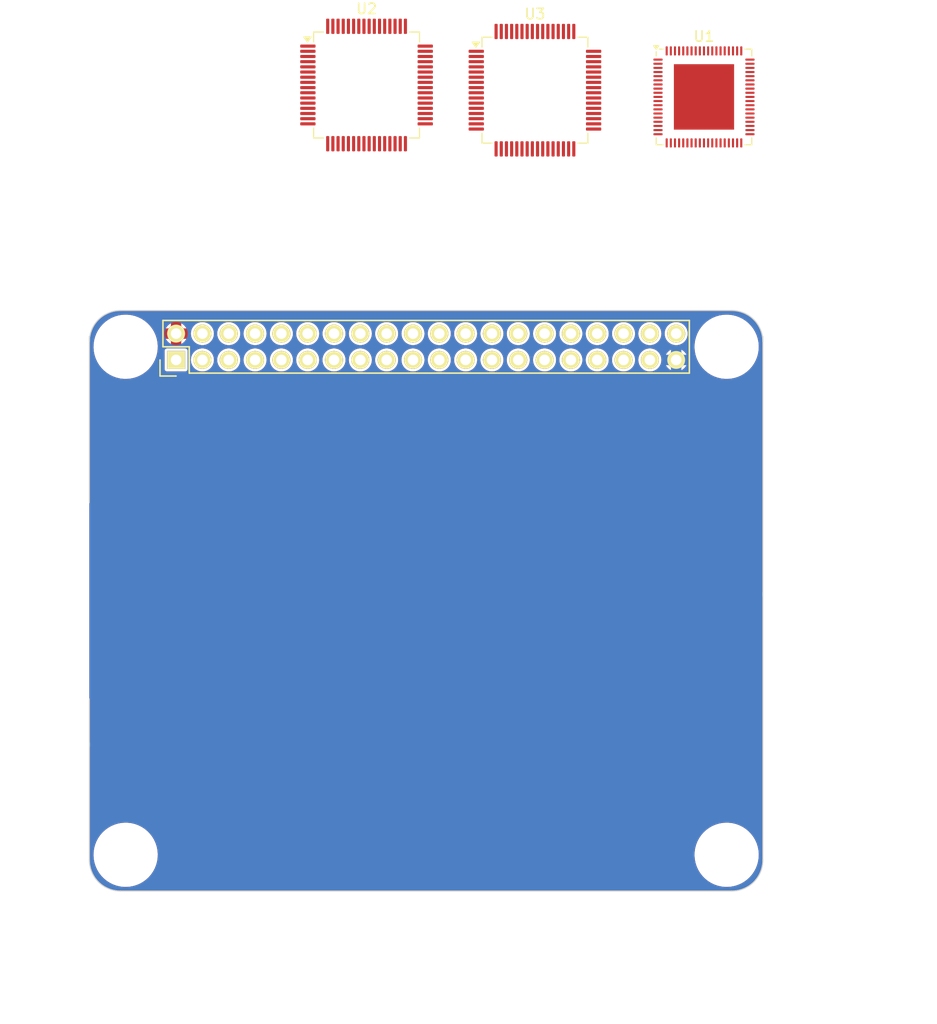
<source format=kicad_pcb>
(kicad_pcb (version 20221018) (generator pcbnew)
  (layers (0 "F.Cu" signal) (31 "B.Cu" signal) (34 "B.Paste" user) (35 "F.Paste" user) (36 "B.SilkS" user "B.Silkscreen") (37 "F.SilkS" user "F.Silkscreen") (38 "B.Mask" user) (39 "F.Mask" user) (44 "Edge.Cuts" user))
  (net 0 "")
  (net 2 "unconnected-(J2-5V-Pad2)")
  (net 38 "unconnected-(J2-GND-Pad39)")
  (net 40 "GND")
  (net 42 "Net-(U1-VD10-Pad3)")
  (net 53 "Net-(U1-VCCIO-Pad14)")
  (net 59 "Net-(U1-VCC33-Pad20)")
  (net 62 "Net-(J1-D+)")
  (net 63 "Net-(J1-D-)")
  (net 66 "Net-(J1-SSTX-)")
  (net 67 "Net-(J1-SSTX+)")
  (net 68 "Net-(J1-SSRX-)")
  (net 69 "Net-(J1-SSRX+)")
  (net 70 "Net-(J1-VBUS)")
  (footprint "RPi_Hat:RPi_Hat_Mounting_Hole" (layer "F.Cu") (at 61.5 4)
    (fp_text reference "" hide)
    (fp_text value "" hide)
    (pad "" np_thru_hole circle locked (at 0 0) (size 2.75 2.75) (drill 2.75) (layers "*.Cu" "*.Mask") (clearance 1.725))
  )
  (footprint "RPi_Hat:RPi_Hat_Mounting_Hole" (layer "F.Cu") (at 3.5 4)
    (fp_text reference "" hide)
    (fp_text value "" hide)
    (pad "" np_thru_hole circle locked (at 0 0) (size 2.75 2.75) (drill 2.75) (layers "*.Cu" "*.Mask") (clearance 1.725))
  )
  (footprint "RPi_Hat:RPi_Hat_Mounting_Hole" (layer "F.Cu") (at 3.5 53)
    (fp_text reference "" hide)
    (fp_text value "" hide)
    (pad "" np_thru_hole circle locked (at 0 0) (size 2.75 2.75) (drill 2.75) (layers "*.Cu" "*.Mask") (clearance 1.725))
  )
  (footprint "RPi_Hat:RPi_Hat_Mounting_Hole" (layer "F.Cu") (at 61.5 53)
    (fp_text reference "" hide)
    (fp_text value "" hide)
    (pad "" np_thru_hole circle locked (at 0 0) (size 2.75 2.75) (drill 2.75) (layers "*.Cu" "*.Mask") (clearance 1.725))
  )
  (footprint "RPi_Hat:Pin_Header_Straight_2x20" (layer "F.Cu") (at 32.5 4 90)
    (fp_text reference "J2" hide)
    (fp_text value "RPi_GPIO" hide)
    (fp_line (start -2.82 -25.68) (end -2.82 -24.13) (stroke (width 0.15)) (layer "F.SilkS"))
    (fp_line (start -2.54 -22.86) (end -2.54 25.4) (stroke (width 0.15)) (layer "F.SilkS"))
    (fp_line (start -1.27 -25.68) (end -2.82 -25.68) (stroke (width 0.15)) (layer "F.SilkS"))
    (fp_line (start 0 -25.4) (end 0 -22.86) (stroke (width 0.15)) (layer "F.SilkS"))
    (fp_line (start 0 -22.86) (end -2.54 -22.86) (stroke (width 0.15)) (layer "F.SilkS"))
    (fp_line (start 2.54 -25.4) (end 0 -25.4) (stroke (width 0.15)) (layer "F.SilkS"))
    (fp_line (start 2.54 25.4) (end -2.54 25.4) (stroke (width 0.15)) (layer "F.SilkS"))
    (fp_line (start 2.54 25.4) (end 2.54 -25.4) (stroke (width 0.15)) (layer "F.SilkS"))
    (pad "1" thru_hole rect locked (at -1.27 -24.13 90) (size 1.7272 1.7272) (drill 1.016) (layers "*.Cu" "*.Mask" "F.SilkS"))
    (pad "2" thru_hole oval locked (at 1.27 -24.13 90) (size 1.7272 1.7272) (drill 1.016) (layers "*.Cu" "*.Mask" "F.SilkS") (net 2 "unconnected-(J2-5V-Pad2)"))
    (pad "3" thru_hole oval locked (at -1.27 -21.59 90) (size 1.7272 1.7272) (drill 1.016) (layers "*.Cu" "*.Mask" "F.SilkS"))
    (pad "4" thru_hole oval locked (at 1.27 -21.59 90) (size 1.7272 1.7272) (drill 1.016) (layers "*.Cu" "*.Mask" "F.SilkS"))
    (pad "5" thru_hole oval locked (at -1.27 -19.05 90) (size 1.7272 1.7272) (drill 1.016) (layers "*.Cu" "*.Mask" "F.SilkS"))
    (pad "6" thru_hole oval locked (at 1.27 -19.05 90) (size 1.7272 1.7272) (drill 1.016) (layers "*.Cu" "*.Mask" "F.SilkS"))
    (pad "7" thru_hole oval locked (at -1.27 -16.51 90) (size 1.7272 1.7272) (drill 1.016) (layers "*.Cu" "*.Mask" "F.SilkS"))
    (pad "8" thru_hole oval locked (at 1.27 -16.51 90) (size 1.7272 1.7272) (drill 1.016) (layers "*.Cu" "*.Mask" "F.SilkS"))
    (pad "9" thru_hole oval locked (at -1.27 -13.97 90) (size 1.7272 1.7272) (drill 1.016) (layers "*.Cu" "*.Mask" "F.SilkS"))
    (pad "10" thru_hole oval locked (at 1.27 -13.97 90) (size 1.7272 1.7272) (drill 1.016) (layers "*.Cu" "*.Mask" "F.SilkS"))
    (pad "11" thru_hole oval locked (at -1.27 -11.43 90) (size 1.7272 1.7272) (drill 1.016) (layers "*.Cu" "*.Mask" "F.SilkS"))
    (pad "12" thru_hole oval locked (at 1.27 -11.43 90) (size 1.7272 1.7272) (drill 1.016) (layers "*.Cu" "*.Mask" "F.SilkS"))
    (pad "13" thru_hole oval locked (at -1.27 -8.89 90) (size 1.7272 1.7272) (drill 1.016) (layers "*.Cu" "*.Mask" "F.SilkS"))
    (pad "14" thru_hole oval locked (at 1.27 -8.89 90) (size 1.7272 1.7272) (drill 1.016) (layers "*.Cu" "*.Mask" "F.SilkS"))
    (pad "15" thru_hole oval locked (at -1.27 -6.35 90) (size 1.7272 1.7272) (drill 1.016) (layers "*.Cu" "*.Mask" "F.SilkS"))
    (pad "16" thru_hole oval locked (at 1.27 -6.35 90) (size 1.7272 1.7272) (drill 1.016) (layers "*.Cu" "*.Mask" "F.SilkS"))
    (pad "17" thru_hole oval locked (at -1.27 -3.81 90) (size 1.7272 1.7272) (drill 1.016) (layers "*.Cu" "*.Mask" "F.SilkS"))
    (pad "18" thru_hole oval locked (at 1.27 -3.81 90) (size 1.7272 1.7272) (drill 1.016) (layers "*.Cu" "*.Mask" "F.SilkS"))
    (pad "19" thru_hole oval locked (at -1.27 -1.27 90) (size 1.7272 1.7272) (drill 1.016) (layers "*.Cu" "*.Mask" "F.SilkS"))
    (pad "20" thru_hole oval locked (at 1.27 -1.27 90) (size 1.7272 1.7272) (drill 1.016) (layers "*.Cu" "*.Mask" "F.SilkS"))
    (pad "21" thru_hole oval locked (at -1.27 1.27 90) (size 1.7272 1.7272) (drill 1.016) (layers "*.Cu" "*.Mask" "F.SilkS"))
    (pad "22" thru_hole oval locked (at 1.27 1.27 90) (size 1.7272 1.7272) (drill 1.016) (layers "*.Cu" "*.Mask" "F.SilkS"))
    (pad "23" thru_hole oval locked (at -1.27 3.81 90) (size 1.7272 1.7272) (drill 1.016) (layers "*.Cu" "*.Mask" "F.SilkS"))
    (pad "24" thru_hole oval locked (at 1.27 3.81 90) (size 1.7272 1.7272) (drill 1.016) (layers "*.Cu" "*.Mask" "F.SilkS"))
    (pad "25" thru_hole oval locked (at -1.27 6.35 90) (size 1.7272 1.7272) (drill 1.016) (layers "*.Cu" "*.Mask" "F.SilkS"))
    (pad "26" thru_hole oval locked (at 1.27 6.35 90) (size 1.7272 1.7272) (drill 1.016) (layers "*.Cu" "*.Mask" "F.SilkS"))
    (pad "27" thru_hole oval locked (at -1.27 8.89 90) (size 1.7272 1.7272) (drill 1.016) (layers "*.Cu" "*.Mask" "F.SilkS"))
    (pad "28" thru_hole oval locked (at 1.27 8.89 90) (size 1.7272 1.7272) (drill 1.016) (layers "*.Cu" "*.Mask" "F.SilkS"))
    (pad "29" thru_hole oval locked (at -1.27 11.43 90) (size 1.7272 1.7272) (drill 1.016) (layers "*.Cu" "*.Mask" "F.SilkS"))
    (pad "30" thru_hole oval locked (at 1.27 11.43 90) (size 1.7272 1.7272) (drill 1.016) (layers "*.Cu" "*.Mask" "F.SilkS"))
    (pad "31" thru_hole oval locked (at -1.27 13.97 90) (size 1.7272 1.7272) (drill 1.016) (layers "*.Cu" "*.Mask" "F.SilkS"))
    (pad "32" thru_hole oval locked (at 1.27 13.97 90) (size 1.7272 1.7272) (drill 1.016) (layers "*.Cu" "*.Mask" "F.SilkS"))
    (pad "33" thru_hole oval locked (at -1.27 16.51 90) (size 1.7272 1.7272) (drill 1.016) (layers "*.Cu" "*.Mask" "F.SilkS"))
    (pad "34" thru_hole oval locked (at 1.27 16.51 90) (size 1.7272 1.7272) (drill 1.016) (layers "*.Cu" "*.Mask" "F.SilkS"))
    (pad "35" thru_hole oval locked (at -1.27 19.05 90) (size 1.7272 1.7272) (drill 1.016) (layers "*.Cu" "*.Mask" "F.SilkS"))
    (pad "36" thru_hole oval locked (at 1.27 19.05 90) (size 1.7272 1.7272) (drill 1.016) (layers "*.Cu" "*.Mask" "F.SilkS"))
    (pad "37" thru_hole oval locked (at -1.27 21.59 90) (size 1.7272 1.7272) (drill 1.016) (layers "*.Cu" "*.Mask" "F.SilkS"))
    (pad "38" thru_hole oval locked (at 1.27 21.59 90) (size 1.7272 1.7272) (drill 1.016) (layers "*.Cu" "*.Mask" "F.SilkS"))
    (pad "39" thru_hole oval locked (at -1.27 24.13 90) (size 1.7272 1.7272) (drill 1.016) (layers "*.Cu" "*.Mask" "F.SilkS") (net 38 "unconnected-(J2-GND-Pad39)"))
    (pad "40" thru_hole oval locked (at 1.27 24.13 90) (size 1.7272 1.7272) (drill 1.016) (layers "*.Cu" "*.Mask" "F.SilkS"))
  )
  (footprint "Package_DFN_QFN:QFN-76-1EP_9x9mm_P0.4mm_EP5.81x6.31mm" (layer "F.Cu") (at 59.3125 -20.1)
    (fp_text reference "U1" (at 0 -5.83) (layer "F.SilkS"))
    (fp_text value "FT601Q")
    (fp_line (start -4.61 -3.96) (end -4.61 -4.37) (stroke (width 0.12)) (layer "F.SilkS"))
    (fp_line (start -4.61 4.61) (end -4.61 3.96) (stroke (width 0.12)) (layer "F.SilkS"))
    (fp_line (start -3.96 -4.61) (end -4.31 -4.61) (stroke (width 0.12)) (layer "F.SilkS"))
    (fp_line (start -3.96 4.61) (end -4.61 4.61) (stroke (width 0.12)) (layer "F.SilkS"))
    (fp_line (start 3.96 -4.61) (end 4.61 -4.61) (stroke (width 0.12)) (layer "F.SilkS"))
    (fp_line (start 3.96 4.61) (end 4.61 4.61) (stroke (width 0.12)) (layer "F.SilkS"))
    (fp_line (start 4.61 -4.61) (end 4.61 -3.96) (stroke (width 0.12)) (layer "F.SilkS"))
    (fp_line (start 4.61 4.61) (end 4.61 3.96) (stroke (width 0.12)) (layer "F.SilkS"))
    (fp_poly (pts (xy -4.61 -4.61) (xy -4.85 -4.94) (xy -4.37 -4.94) (xy -4.61 -4.61)) (stroke (width 0.12)) (fill solid) (layer "F.SilkS"))
    (pad "1" smd roundrect (at -4.4375 -3.6) (size 0.875 0.2) (layers "F.Cu" "F.Paste" "F.Mask") (net 40 "GND"))
    (pad "2" smd roundrect (at -4.4375 -3.2) (size 0.875 0.2) (layers "F.Cu" "F.Paste" "F.Mask"))
    (pad "3" smd roundrect (at -4.4375 -2.8) (size 0.875 0.2) (layers "F.Cu" "F.Paste" "F.Mask") (net 42 "Net-(U1-VD10-Pad3)"))
    (pad "4" smd roundrect (at -4.4375 -2.4) (size 0.875 0.2) (layers "F.Cu" "F.Paste" "F.Mask"))
    (pad "5" smd roundrect (at -4.4375 -2) (size 0.875 0.2) (layers "F.Cu" "F.Paste" "F.Mask"))
    (pad "6" smd roundrect (at -4.4375 -1.6) (size 0.875 0.2) (layers "F.Cu" "F.Paste" "F.Mask"))
    (pad "7" smd roundrect (at -4.4375 -1.2) (size 0.875 0.2) (layers "F.Cu" "F.Paste" "F.Mask"))
    (pad "8" smd roundrect (at -4.4375 -0.8) (size 0.875 0.2) (layers "F.Cu" "F.Paste" "F.Mask"))
    (pad "9" smd roundrect (at -4.4375 -0.4) (size 0.875 0.2) (layers "F.Cu" "F.Paste" "F.Mask"))
    (pad "10" smd roundrect (at -4.4375 0) (size 0.875 0.2) (layers "F.Cu" "F.Paste" "F.Mask"))
    (pad "11" smd roundrect (at -4.4375 0.4) (size 0.875 0.2) (layers "F.Cu" "F.Paste" "F.Mask"))
    (pad "12" smd roundrect (at -4.4375 0.8) (size 0.875 0.2) (layers "F.Cu" "F.Paste" "F.Mask"))
    (pad "13" smd roundrect (at -4.4375 1.2) (size 0.875 0.2) (layers "F.Cu" "F.Paste" "F.Mask"))
    (pad "14" smd roundrect (at -4.4375 1.6) (size 0.875 0.2) (layers "F.Cu" "F.Paste" "F.Mask") (net 53 "Net-(U1-VCCIO-Pad14)"))
    (pad "15" smd roundrect (at -4.4375 2) (size 0.875 0.2) (layers "F.Cu" "F.Paste" "F.Mask"))
    (pad "16" smd roundrect (at -4.4375 2.4) (size 0.875 0.2) (layers "F.Cu" "F.Paste" "F.Mask"))
    (pad "17" smd roundrect (at -4.4375 2.8) (size 0.875 0.2) (layers "F.Cu" "F.Paste" "F.Mask"))
    (pad "18" smd roundrect (at -4.4375 3.2) (size 0.875 0.2) (layers "F.Cu" "F.Paste" "F.Mask"))
    (pad "19" smd roundrect (at -4.4375 3.6) (size 0.875 0.2) (layers "F.Cu" "F.Paste" "F.Mask"))
    (pad "20" smd roundrect (at -3.6 4.4375) (size 0.2 0.875) (layers "F.Cu" "F.Paste" "F.Mask") (net 59 "Net-(U1-VCC33-Pad20)"))
    (pad "21" smd roundrect (at -3.2 4.4375) (size 0.2 0.875) (layers "F.Cu" "F.Paste" "F.Mask"))
    (pad "22" smd roundrect (at -2.8 4.4375) (size 0.2 0.875) (layers "F.Cu" "F.Paste" "F.Mask"))
    (pad "23" smd roundrect (at -2.4 4.4375) (size 0.2 0.875) (layers "F.Cu" "F.Paste" "F.Mask") (net 62 "Net-(J1-D+)"))
    (pad "24" smd roundrect (at -2 4.4375) (size 0.2 0.875) (layers "F.Cu" "F.Paste" "F.Mask") (net 59 "Net-(U1-VCC33-Pad20)"))
    (pad "25" smd roundrect (at -1.6 4.4375) (size 0.2 0.875) (layers "F.Cu" "F.Paste" "F.Mask") (net 63 "Net-(J1-D-)"))
    (pad "26" smd roundrect (at -1.2 4.4375) (size 0.2 0.875) (layers "F.Cu" "F.Paste" "F.Mask") (net 40 "GND"))
    (pad "27" smd roundrect (at -0.8 4.4375) (size 0.2 0.875) (layers "F.Cu" "F.Paste" "F.Mask"))
    (pad "28" smd roundrect (at -0.4 4.4375) (size 0.2 0.875) (layers "F.Cu" "F.Paste" "F.Mask"))
    (pad "29" smd roundrect (at 0 4.4375) (size 0.2 0.875) (layers "F.Cu" "F.Paste" "F.Mask") (net 40 "GND"))
    (pad "30" smd roundrect (at 0.4 4.4375) (size 0.2 0.875) (layers "F.Cu" "F.Paste" "F.Mask") (net 42 "Net-(U1-VD10-Pad3)"))
    (pad "31" smd roundrect (at 0.8 4.4375) (size 0.2 0.875) (layers "F.Cu" "F.Paste" "F.Mask") (net 66 "Net-(J1-SSTX-)"))
    (pad "32" smd roundrect (at 1.2 4.4375) (size 0.2 0.875) (layers "F.Cu" "F.Paste" "F.Mask") (net 67 "Net-(J1-SSTX+)"))
    (pad "33" smd roundrect (at 1.6 4.4375) (size 0.2 0.875) (layers "F.Cu" "F.Paste" "F.Mask") (net 42 "Net-(U1-VD10-Pad3)"))
    (pad "34" smd roundrect (at 2 4.4375) (size 0.2 0.875) (layers "F.Cu" "F.Paste" "F.Mask") (net 68 "Net-(J1-SSRX-)"))
    (pad "35" smd roundrect (at 2.4 4.4375) (size 0.2 0.875) (layers "F.Cu" "F.Paste" "F.Mask") (net 69 "Net-(J1-SSRX+)"))
    (pad "36" smd roundrect (at 2.8 4.4375) (size 0.2 0.875) (layers "F.Cu" "F.Paste" "F.Mask") (net 40 "GND"))
    (pad "37" smd roundrect (at 3.2 4.4375) (size 0.2 0.875) (layers "F.Cu" "F.Paste" "F.Mask") (net 70 "Net-(J1-VBUS)"))
    (pad "38" smd roundrect (at 3.6 4.4375) (size 0.2 0.875) (layers "F.Cu" "F.Paste" "F.Mask") (net 59 "Net-(U1-VCC33-Pad20)"))
    (pad "39" smd roundrect (at 4.4375 3.6) (size 0.875 0.2) (layers "F.Cu" "F.Paste" "F.Mask"))
    (pad "40" smd roundrect (at 4.4375 3.2) (size 0.875 0.2) (layers "F.Cu" "F.Paste" "F.Mask"))
    (pad "41" smd roundrect (at 4.4375 2.8) (size 0.875 0.2) (layers "F.Cu" "F.Paste" "F.Mask"))
    (pad "42" smd roundrect (at 4.4375 2.4) (size 0.875 0.2) (layers "F.Cu" "F.Paste" "F.Mask"))
    (pad "43" smd roundrect (at 4.4375 2) (size 0.875 0.2) (layers "F.Cu" "F.Paste" "F.Mask"))
    (pad "44" smd roundrect (at 4.4375 1.6) (size 0.875 0.2) (layers "F.Cu" "F.Paste" "F.Mask"))
    (pad "45" smd roundrect (at 4.4375 1.2) (size 0.875 0.2) (layers "F.Cu" "F.Paste" "F.Mask"))
    (pad "46" smd roundrect (at 4.4375 0.8) (size 0.875 0.2) (layers "F.Cu" "F.Paste" "F.Mask"))
    (pad "47" smd roundrect (at 4.4375 0.4) (size 0.875 0.2) (layers "F.Cu" "F.Paste" "F.Mask"))
    (pad "48" smd roundrect (at 4.4375 0) (size 0.875 0.2) (layers "F.Cu" "F.Paste" "F.Mask") (net 42 "Net-(U1-VD10-Pad3)"))
    (pad "49" smd roundrect (at 4.4375 -0.4) (size 0.875 0.2) (layers "F.Cu" "F.Paste" "F.Mask") (net 53 "Net-(U1-VCCIO-Pad14)"))
    (pad "50" smd roundrect (at 4.4375 -0.8) (size 0.875 0.2) (layers "F.Cu" "F.Paste" "F.Mask"))
    (pad "51" smd roundrect (at 4.4375 -1.2) (size 0.875 0.2) (layers "F.Cu" "F.Paste" "F.Mask"))
    (pad "52" smd roundrect (at 4.4375 -1.6) (size 0.875 0.2) (layers "F.Cu" "F.Paste" "F.Mask"))
    (pad "53" smd roundrect (at 4.4375 -2) (size 0.875 0.2) (layers "F.Cu" "F.Paste" "F.Mask"))
    (pad "54" smd roundrect (at 4.4375 -2.4) (size 0.875 0.2) (layers "F.Cu" "F.Paste" "F.Mask"))
    (pad "55" smd roundrect (at 4.4375 -2.8) (size 0.875 0.2) (layers "F.Cu" "F.Paste" "F.Mask"))
    (pad "56" smd roundrect (at 4.4375 -3.2) (size 0.875 0.2) (layers "F.Cu" "F.Paste" "F.Mask"))
    (pad "57" smd roundrect (at 4.4375 -3.6) (size 0.875 0.2) (layers "F.Cu" "F.Paste" "F.Mask"))
    (pad "58" smd roundrect (at 3.6 -4.4375) (size 0.2 0.875) (layers "F.Cu" "F.Paste" "F.Mask"))
    (pad "59" smd roundrect (at 3.2 -4.4375) (size 0.2 0.875) (layers "F.Cu" "F.Paste" "F.Mask") (net 53 "Net-(U1-VCCIO-Pad14)"))
    (pad "60" smd roundrect (at 2.8 -4.4375) (size 0.2 0.875) (layers "F.Cu" "F.Paste" "F.Mask"))
    (pad "61" smd roundrect (at 2.4 -4.4375) (size 0.2 0.875) (layers "F.Cu" "F.Paste" "F.Mask"))
    (pad "62" smd roundrect (at 2 -4.4375) (size 0.2 0.875) (layers "F.Cu" "F.Paste" "F.Mask"))
    (pad "63" smd roundrect (at 1.6 -4.4375) (size 0.2 0.875) (layers "F.Cu" "F.Paste" "F.Mask"))
    (pad "64" smd roundrect (at 1.2 -4.4375) (size 0.2 0.875) (layers "F.Cu" "F.Paste" "F.Mask"))
    (pad "65" smd roundrect (at 0.8 -4.4375) (size 0.2 0.875) (layers "F.Cu" "F.Paste" "F.Mask"))
    (pad "66" smd roundrect (at 0.4 -4.4375) (size 0.2 0.875) (layers "F.Cu" "F.Paste" "F.Mask"))
    (pad "67" smd roundrect (at 0 -4.4375) (size 0.2 0.875) (layers "F.Cu" "F.Paste" "F.Mask"))
    (pad "68" smd roundrect (at -0.4 -4.4375) (size 0.2 0.875) (layers "F.Cu" "F.Paste" "F.Mask") (net 53 "Net-(U1-VCCIO-Pad14)"))
    (pad "69" smd roundrect (at -0.8 -4.4375) (size 0.2 0.875) (layers "F.Cu" "F.Paste" "F.Mask"))
    (pad "70" smd roundrect (at -1.2 -4.4375) (size 0.2 0.875) (layers "F.Cu" "F.Paste" "F.Mask"))
    (pad "71" smd roundrect (at -1.6 -4.4375) (size 0.2 0.875) (layers "F.Cu" "F.Paste" "F.Mask"))
    (pad "72" smd roundrect (at -2 -4.4375) (size 0.2 0.875) (layers "F.Cu" "F.Paste" "F.Mask"))
    (pad "73" smd roundrect (at -2.4 -4.4375) (size 0.2 0.875) (layers "F.Cu" "F.Paste" "F.Mask"))
    (pad "74" smd roundrect (at -2.8 -4.4375) (size 0.2 0.875) (layers "F.Cu" "F.Paste" "F.Mask"))
    (pad "75" smd roundrect (at -3.2 -4.4375) (size 0.2 0.875) (layers "F.Cu" "F.Paste" "F.Mask"))
    (pad "76" smd roundrect (at -3.6 -4.4375) (size 0.2 0.875) (layers "F.Cu" "F.Paste" "F.Mask"))
    (pad "77" smd rect (at 0 0) (size 5.81 6.31) (property pad_prop_heatsink) (layers "F.Cu" "F.Mask") (net 40 "GND"))
  )
  (footprint "Package_QFP:TQFP-64_10x10mm_P0.5mm" (layer "F.Cu") (at 43 -20.75)
    (fp_text reference "U3" (at 0 -7.35) (layer "F.SilkS"))
    (fp_text value "SN74V245-7PAG")
    (fp_line (start -5.11 -5.11) (end -5.11 -4.16) (stroke (width 0.12)) (layer "F.SilkS"))
    (fp_line (start -5.11 5.11) (end -5.11 4.16) (stroke (width 0.12)) (layer "F.SilkS"))
    (fp_line (start -4.16 -5.11) (end -5.11 -5.11) (stroke (width 0.12)) (layer "F.SilkS"))
    (fp_line (start -4.16 5.11) (end -5.11 5.11) (stroke (width 0.12)) (layer "F.SilkS"))
    (fp_line (start 4.16 -5.11) (end 5.11 -5.11) (stroke (width 0.12)) (layer "F.SilkS"))
    (fp_line (start 4.16 5.11) (end 5.11 5.11) (stroke (width 0.12)) (layer "F.SilkS"))
    (fp_line (start 5.11 -5.11) (end 5.11 -4.16) (stroke (width 0.12)) (layer "F.SilkS"))
    (fp_line (start 5.11 5.11) (end 5.11 4.16) (stroke (width 0.12)) (layer "F.SilkS"))
    (fp_poly (pts (xy -5.7 -4.16) (xy -6.04 -4.63) (xy -5.36 -4.63) (xy -5.7 -4.16)) (stroke (width 0.12)) (fill solid) (layer "F.SilkS"))
    (pad "1" smd roundrect (at -5.6625 -3.75) (size 1.475 0.3) (layers "F.Cu" "F.Paste" "F.Mask"))
    (pad "2" smd roundrect (at -5.6625 -3.25) (size 1.475 0.3) (layers "F.Cu" "F.Paste" "F.Mask"))
    (pad "3" smd roundrect (at -5.6625 -2.75) (size 1.475 0.3) (layers "F.Cu" "F.Paste" "F.Mask"))
    (pad "4" smd roundrect (at -5.6625 -2.25) (size 1.475 0.3) (layers "F.Cu" "F.Paste" "F.Mask"))
    (pad "5" smd roundrect (at -5.6625 -1.75) (size 1.475 0.3) (layers "F.Cu" "F.Paste" "F.Mask"))
    (pad "6" smd roundrect (at -5.6625 -1.25) (size 1.475 0.3) (layers "F.Cu" "F.Paste" "F.Mask"))
    (pad "7" smd roundrect (at -5.6625 -0.75) (size 1.475 0.3) (layers "F.Cu" "F.Paste" "F.Mask"))
    (pad "8" smd roundrect (at -5.6625 -0.25) (size 1.475 0.3) (layers "F.Cu" "F.Paste" "F.Mask"))
    (pad "9" smd roundrect (at -5.6625 0.25) (size 1.475 0.3) (layers "F.Cu" "F.Paste" "F.Mask"))
    (pad "10" smd roundrect (at -5.6625 0.75) (size 1.475 0.3) (layers "F.Cu" "F.Paste" "F.Mask"))
    (pad "11" smd roundrect (at -5.6625 1.25) (size 1.475 0.3) (layers "F.Cu" "F.Paste" "F.Mask"))
    (pad "12" smd roundrect (at -5.6625 1.75) (size 1.475 0.3) (layers "F.Cu" "F.Paste" "F.Mask"))
    (pad "13" smd roundrect (at -5.6625 2.25) (size 1.475 0.3) (layers "F.Cu" "F.Paste" "F.Mask"))
    (pad "14" smd roundrect (at -5.6625 2.75) (size 1.475 0.3) (layers "F.Cu" "F.Paste" "F.Mask"))
    (pad "15" smd roundrect (at -5.6625 3.25) (size 1.475 0.3) (layers "F.Cu" "F.Paste" "F.Mask"))
    (pad "16" smd roundrect (at -5.6625 3.75) (size 1.475 0.3) (layers "F.Cu" "F.Paste" "F.Mask"))
    (pad "17" smd roundrect (at -3.75 5.6625) (size 0.3 1.475) (layers "F.Cu" "F.Paste" "F.Mask"))
    (pad "18" smd roundrect (at -3.25 5.6625) (size 0.3 1.475) (layers "F.Cu" "F.Paste" "F.Mask"))
    (pad "19" smd roundrect (at -2.75 5.6625) (size 0.3 1.475) (layers "F.Cu" "F.Paste" "F.Mask"))
    (pad "20" smd roundrect (at -2.25 5.6625) (size 0.3 1.475) (layers "F.Cu" "F.Paste" "F.Mask"))
    (pad "21" smd roundrect (at -1.75 5.6625) (size 0.3 1.475) (layers "F.Cu" "F.Paste" "F.Mask"))
    (pad "22" smd roundrect (at -1.25 5.6625) (size 0.3 1.475) (layers "F.Cu" "F.Paste" "F.Mask"))
    (pad "23" smd roundrect (at -0.75 5.6625) (size 0.3 1.475) (layers "F.Cu" "F.Paste" "F.Mask"))
    (pad "24" smd roundrect (at -0.25 5.6625) (size 0.3 1.475) (layers "F.Cu" "F.Paste" "F.Mask"))
    (pad "25" smd roundrect (at 0.25 5.6625) (size 0.3 1.475) (layers "F.Cu" "F.Paste" "F.Mask"))
    (pad "26" smd roundrect (at 0.75 5.6625) (size 0.3 1.475) (layers "F.Cu" "F.Paste" "F.Mask"))
    (pad "27" smd roundrect (at 1.25 5.6625) (size 0.3 1.475) (layers "F.Cu" "F.Paste" "F.Mask"))
    (pad "28" smd roundrect (at 1.75 5.6625) (size 0.3 1.475) (layers "F.Cu" "F.Paste" "F.Mask"))
    (pad "29" smd roundrect (at 2.25 5.6625) (size 0.3 1.475) (layers "F.Cu" "F.Paste" "F.Mask"))
    (pad "30" smd roundrect (at 2.75 5.6625) (size 0.3 1.475) (layers "F.Cu" "F.Paste" "F.Mask"))
    (pad "31" smd roundrect (at 3.25 5.6625) (size 0.3 1.475) (layers "F.Cu" "F.Paste" "F.Mask"))
    (pad "32" smd roundrect (at 3.75 5.6625) (size 0.3 1.475) (layers "F.Cu" "F.Paste" "F.Mask"))
    (pad "33" smd roundrect (at 5.6625 3.75) (size 1.475 0.3) (layers "F.Cu" "F.Paste" "F.Mask"))
    (pad "34" smd roundrect (at 5.6625 3.25) (size 1.475 0.3) (layers "F.Cu" "F.Paste" "F.Mask"))
    (pad "35" smd roundrect (at 5.6625 2.75) (size 1.475 0.3) (layers "F.Cu" "F.Paste" "F.Mask"))
    (pad "36" smd roundrect (at 5.6625 2.25) (size 1.475 0.3) (layers "F.Cu" "F.Paste" "F.Mask"))
    (pad "37" smd roundrect (at 5.6625 1.75) (size 1.475 0.3) (layers "F.Cu" "F.Paste" "F.Mask"))
    (pad "38" smd roundrect (at 5.6625 1.25) (size 1.475 0.3) (layers "F.Cu" "F.Paste" "F.Mask"))
    (pad "39" smd roundrect (at 5.6625 0.75) (size 1.475 0.3) (layers "F.Cu" "F.Paste" "F.Mask"))
    (pad "40" smd roundrect (at 5.6625 0.25) (size 1.475 0.3) (layers "F.Cu" "F.Paste" "F.Mask"))
    (pad "41" smd roundrect (at 5.6625 -0.25) (size 1.475 0.3) (layers "F.Cu" "F.Paste" "F.Mask"))
    (pad "42" smd roundrect (at 5.6625 -0.75) (size 1.475 0.3) (layers "F.Cu" "F.Paste" "F.Mask"))
    (pad "43" smd roundrect (at 5.6625 -1.25) (size 1.475 0.3) (layers "F.Cu" "F.Paste" "F.Mask"))
    (pad "44" smd roundrect (at 5.6625 -1.75) (size 1.475 0.3) (layers "F.Cu" "F.Paste" "F.Mask"))
    (pad "45" smd roundrect (at 5.6625 -2.25) (size 1.475 0.3) (layers "F.Cu" "F.Paste" "F.Mask"))
    (pad "46" smd roundrect (at 5.6625 -2.75) (size 1.475 0.3) (layers "F.Cu" "F.Paste" "F.Mask"))
    (pad "47" smd roundrect (at 5.6625 -3.25) (size 1.475 0.3) (layers "F.Cu" "F.Paste" "F.Mask"))
    (pad "48" smd roundrect (at 5.6625 -3.75) (size 1.475 0.3) (layers "F.Cu" "F.Paste" "F.Mask"))
    (pad "49" smd roundrect (at 3.75 -5.6625) (size 0.3 1.475) (layers "F.Cu" "F.Paste" "F.Mask"))
    (pad "50" smd roundrect (at 3.25 -5.6625) (size 0.3 1.475) (layers "F.Cu" "F.Paste" "F.Mask"))
    (pad "51" smd roundrect (at 2.75 -5.6625) (size 0.3 1.475) (layers "F.Cu" "F.Paste" "F.Mask"))
    (pad "52" smd roundrect (at 2.25 -5.6625) (size 0.3 1.475) (layers "F.Cu" "F.Paste" "F.Mask"))
    (pad "53" smd roundrect (at 1.75 -5.6625) (size 0.3 1.475) (layers "F.Cu" "F.Paste" "F.Mask"))
    (pad "54" smd roundrect (at 1.25 -5.6625) (size 0.3 1.475) (layers "F.Cu" "F.Paste" "F.Mask"))
    (pad "55" smd roundrect (at 0.75 -5.6625) (size 0.3 1.475) (layers "F.Cu" "F.Paste" "F.Mask"))
    (pad "56" smd roundrect (at 0.25 -5.6625) (size 0.3 1.475) (layers "F.Cu" "F.Paste" "F.Mask"))
    (pad "57" smd roundrect (at -0.25 -5.6625) (size 0.3 1.475) (layers "F.Cu" "F.Paste" "F.Mask"))
    (pad "58" smd roundrect (at -0.75 -5.6625) (size 0.3 1.475) (layers "F.Cu" "F.Paste" "F.Mask"))
    (pad "59" smd roundrect (at -1.25 -5.6625) (size 0.3 1.475) (layers "F.Cu" "F.Paste" "F.Mask"))
    (pad "60" smd roundrect (at -1.75 -5.6625) (size 0.3 1.475) (layers "F.Cu" "F.Paste" "F.Mask"))
    (pad "61" smd roundrect (at -2.25 -5.6625) (size 0.3 1.475) (layers "F.Cu" "F.Paste" "F.Mask"))
    (pad "62" smd roundrect (at -2.75 -5.6625) (size 0.3 1.475) (layers "F.Cu" "F.Paste" "F.Mask"))
    (pad "63" smd roundrect (at -3.25 -5.6625) (size 0.3 1.475) (layers "F.Cu" "F.Paste" "F.Mask"))
    (pad "64" smd roundrect (at -3.75 -5.6625) (size 0.3 1.475) (layers "F.Cu" "F.Paste" "F.Mask"))
  )
  (footprint "Package_QFP:TQFP-64_10x10mm_P0.5mm" (layer "F.Cu") (at 26.75 -21.25)
    (fp_text reference "U2" (at 0 -7.35) (layer "F.SilkS"))
    (fp_text value "SN74V245-7PAG")
    (fp_line (start -5.11 -5.11) (end -5.11 -4.16) (stroke (width 0.12)) (layer "F.SilkS"))
    (fp_line (start -5.11 5.11) (end -5.11 4.16) (stroke (width 0.12)) (layer "F.SilkS"))
    (fp_line (start -4.16 -5.11) (end -5.11 -5.11) (stroke (width 0.12)) (layer "F.SilkS"))
    (fp_line (start -4.16 5.11) (end -5.11 5.11) (stroke (width 0.12)) (layer "F.SilkS"))
    (fp_line (start 4.16 -5.11) (end 5.11 -5.11) (stroke (width 0.12)) (layer "F.SilkS"))
    (fp_line (start 4.16 5.11) (end 5.11 5.11) (stroke (width 0.12)) (layer "F.SilkS"))
    (fp_line (start 5.11 -5.11) (end 5.11 -4.16) (stroke (width 0.12)) (layer "F.SilkS"))
    (fp_line (start 5.11 5.11) (end 5.11 4.16) (stroke (width 0.12)) (layer "F.SilkS"))
    (fp_poly (pts (xy -5.7 -4.16) (xy -6.04 -4.63) (xy -5.36 -4.63) (xy -5.7 -4.16)) (stroke (width 0.12)) (fill solid) (layer "F.SilkS"))
    (pad "1" smd roundrect (at -5.6625 -3.75) (size 1.475 0.3) (layers "F.Cu" "F.Paste" "F.Mask"))
    (pad "2" smd roundrect (at -5.6625 -3.25) (size 1.475 0.3) (layers "F.Cu" "F.Paste" "F.Mask"))
    (pad "3" smd roundrect (at -5.6625 -2.75) (size 1.475 0.3) (layers "F.Cu" "F.Paste" "F.Mask"))
    (pad "4" smd roundrect (at -5.6625 -2.25) (size 1.475 0.3) (layers "F.Cu" "F.Paste" "F.Mask"))
    (pad "5" smd roundrect (at -5.6625 -1.75) (size 1.475 0.3) (layers "F.Cu" "F.Paste" "F.Mask"))
    (pad "6" smd roundrect (at -5.6625 -1.25) (size 1.475 0.3) (layers "F.Cu" "F.Paste" "F.Mask"))
    (pad "7" smd roundrect (at -5.6625 -0.75) (size 1.475 0.3) (layers "F.Cu" "F.Paste" "F.Mask"))
    (pad "8" smd roundrect (at -5.6625 -0.25) (size 1.475 0.3) (layers "F.Cu" "F.Paste" "F.Mask"))
    (pad "9" smd roundrect (at -5.6625 0.25) (size 1.475 0.3) (layers "F.Cu" "F.Paste" "F.Mask"))
    (pad "10" smd roundrect (at -5.6625 0.75) (size 1.475 0.3) (layers "F.Cu" "F.Paste" "F.Mask"))
    (pad "11" smd roundrect (at -5.6625 1.25) (size 1.475 0.3) (layers "F.Cu" "F.Paste" "F.Mask"))
    (pad "12" smd roundrect (at -5.6625 1.75) (size 1.475 0.3) (layers "F.Cu" "F.Paste" "F.Mask"))
    (pad "13" smd roundrect (at -5.6625 2.25) (size 1.475 0.3) (layers "F.Cu" "F.Paste" "F.Mask"))
    (pad "14" smd roundrect (at -5.6625 2.75) (size 1.475 0.3) (layers "F.Cu" "F.Paste" "F.Mask"))
    (pad "15" smd roundrect (at -5.6625 3.25) (size 1.475 0.3) (layers "F.Cu" "F.Paste" "F.Mask"))
    (pad "16" smd roundrect (at -5.6625 3.75) (size 1.475 0.3) (layers "F.Cu" "F.Paste" "F.Mask"))
    (pad "17" smd roundrect (at -3.75 5.6625) (size 0.3 1.475) (layers "F.Cu" "F.Paste" "F.Mask"))
    (pad "18" smd roundrect (at -3.25 5.6625) (size 0.3 1.475) (layers "F.Cu" "F.Paste" "F.Mask"))
    (pad "19" smd roundrect (at -2.75 5.6625) (size 0.3 1.475) (layers "F.Cu" "F.Paste" "F.Mask"))
    (pad "20" smd roundrect (at -2.25 5.6625) (size 0.3 1.475) (layers "F.Cu" "F.Paste" "F.Mask"))
    (pad "21" smd roundrect (at -1.75 5.6625) (size 0.3 1.475) (layers "F.Cu" "F.Paste" "F.Mask"))
    (pad "22" smd roundrect (at -1.25 5.6625) (size 0.3 1.475) (layers "F.Cu" "F.Paste" "F.Mask"))
    (pad "23" smd roundrect (at -0.75 5.6625) (size 0.3 1.475) (layers "F.Cu" "F.Paste" "F.Mask"))
    (pad "24" smd roundrect (at -0.25 5.6625) (size 0.3 1.475) (layers "F.Cu" "F.Paste" "F.Mask"))
    (pad "25" smd roundrect (at 0.25 5.6625) (size 0.3 1.475) (layers "F.Cu" "F.Paste" "F.Mask"))
    (pad "26" smd roundrect (at 0.75 5.6625) (size 0.3 1.475) (layers "F.Cu" "F.Paste" "F.Mask"))
    (pad "27" smd roundrect (at 1.25 5.6625) (size 0.3 1.475) (layers "F.Cu" "F.Paste" "F.Mask"))
    (pad "28" smd roundrect (at 1.75 5.6625) (size 0.3 1.475) (layers "F.Cu" "F.Paste" "F.Mask"))
    (pad "29" smd roundrect (at 2.25 5.6625) (size 0.3 1.475) (layers "F.Cu" "F.Paste" "F.Mask"))
    (pad "30" smd roundrect (at 2.75 5.6625) (size 0.3 1.475) (layers "F.Cu" "F.Paste" "F.Mask"))
    (pad "31" smd roundrect (at 3.25 5.6625) (size 0.3 1.475) (layers "F.Cu" "F.Paste" "F.Mask"))
    (pad "32" smd roundrect (at 3.75 5.6625) (size 0.3 1.475) (layers "F.Cu" "F.Paste" "F.Mask"))
    (pad "33" smd roundrect (at 5.6625 3.75) (size 1.475 0.3) (layers "F.Cu" "F.Paste" "F.Mask"))
    (pad "34" smd roundrect (at 5.6625 3.25) (size 1.475 0.3) (layers "F.Cu" "F.Paste" "F.Mask"))
    (pad "35" smd roundrect (at 5.6625 2.75) (size 1.475 0.3) (layers "F.Cu" "F.Paste" "F.Mask"))
    (pad "36" smd roundrect (at 5.6625 2.25) (size 1.475 0.3) (layers "F.Cu" "F.Paste" "F.Mask"))
    (pad "37" smd roundrect (at 5.6625 1.75) (size 1.475 0.3) (layers "F.Cu" "F.Paste" "F.Mask"))
    (pad "38" smd roundrect (at 5.6625 1.25) (size 1.475 0.3) (layers "F.Cu" "F.Paste" "F.Mask"))
    (pad "39" smd roundrect (at 5.6625 0.75) (size 1.475 0.3) (layers "F.Cu" "F.Paste" "F.Mask"))
    (pad "40" smd roundrect (at 5.6625 0.25) (size 1.475 0.3) (layers "F.Cu" "F.Paste" "F.Mask"))
    (pad "41" smd roundrect (at 5.6625 -0.25) (size 1.475 0.3) (layers "F.Cu" "F.Paste" "F.Mask"))
    (pad "42" smd roundrect (at 5.6625 -0.75) (size 1.475 0.3) (layers "F.Cu" "F.Paste" "F.Mask"))
    (pad "43" smd roundrect (at 5.6625 -1.25) (size 1.475 0.3) (layers "F.Cu" "F.Paste" "F.Mask"))
    (pad "44" smd roundrect (at 5.6625 -1.75) (size 1.475 0.3) (layers "F.Cu" "F.Paste" "F.Mask"))
    (pad "45" smd roundrect (at 5.6625 -2.25) (size 1.475 0.3) (layers "F.Cu" "F.Paste" "F.Mask"))
    (pad "46" smd roundrect (at 5.6625 -2.75) (size 1.475 0.3) (layers "F.Cu" "F.Paste" "F.Mask"))
    (pad "47" smd roundrect (at 5.6625 -3.25) (size 1.475 0.3) (layers "F.Cu" "F.Paste" "F.Mask"))
    (pad "48" smd roundrect (at 5.6625 -3.75) (size 1.475 0.3) (layers "F.Cu" "F.Paste" "F.Mask"))
    (pad "49" smd roundrect (at 3.75 -5.6625) (size 0.3 1.475) (layers "F.Cu" "F.Paste" "F.Mask"))
    (pad "50" smd roundrect (at 3.25 -5.6625) (size 0.3 1.475) (layers "F.Cu" "F.Paste" "F.Mask"))
    (pad "51" smd roundrect (at 2.75 -5.6625) (size 0.3 1.475) (layers "F.Cu" "F.Paste" "F.Mask"))
    (pad "52" smd roundrect (at 2.25 -5.6625) (size 0.3 1.475) (layers "F.Cu" "F.Paste" "F.Mask"))
    (pad "53" smd roundrect (at 1.75 -5.6625) (size 0.3 1.475) (layers "F.Cu" "F.Paste" "F.Mask"))
    (pad "54" smd roundrect (at 1.25 -5.6625) (size 0.3 1.475) (layers "F.Cu" "F.Paste" "F.Mask"))
    (pad "55" smd roundrect (at 0.75 -5.6625) (size 0.3 1.475) (layers "F.Cu" "F.Paste" "F.Mask"))
    (pad "56" smd roundrect (at 0.25 -5.6625) (size 0.3 1.475) (layers "F.Cu" "F.Paste" "F.Mask"))
    (pad "57" smd roundrect (at -0.25 -5.6625) (size 0.3 1.475) (layers "F.Cu" "F.Paste" "F.Mask"))
    (pad "58" smd roundrect (at -0.75 -5.6625) (size 0.3 1.475) (layers "F.Cu" "F.Paste" "F.Mask"))
    (pad "59" smd roundrect (at -1.25 -5.6625) (size 0.3 1.475) (layers "F.Cu" "F.Paste" "F.Mask"))
    (pad "60" smd roundrect (at -1.75 -5.6625) (size 0.3 1.475) (layers "F.Cu" "F.Paste" "F.Mask"))
    (pad "61" smd roundrect (at -2.25 -5.6625) (size 0.3 1.475) (layers "F.Cu" "F.Paste" "F.Mask"))
    (pad "62" smd roundrect (at -2.75 -5.6625) (size 0.3 1.475) (layers "F.Cu" "F.Paste" "F.Mask"))
    (pad "63" smd roundrect (at -3.25 -5.6625) (size 0.3 1.475) (layers "F.Cu" "F.Paste" "F.Mask"))
    (pad "64" smd roundrect (at -3.75 -5.6625) (size 0.3 1.475) (layers "F.Cu" "F.Paste" "F.Mask"))
  )
  (gr_arc (start 3 56.5) (mid 0.87868 55.62132) (end 0 53.5) (stroke (width 0.1)) (layer "Edge.Cuts"))
  (gr_arc (start 65 53.5) (mid 64.12132 55.62132) (end 62 56.5) (stroke (width 0.1)) (layer "Edge.Cuts"))
  (gr_arc (start 0 3.5) (mid 0.87868 1.37868) (end 3 0.5) (stroke (width 0.1)) (layer "Edge.Cuts"))
  (gr_line (start 3 0.5) (end 62 0.5) (stroke (width 0.1)) (layer "Edge.Cuts"))
  (gr_arc (start 62 0.5) (mid 64.12132 1.37868) (end 65 3.5) (stroke (width 0.1)) (layer "Edge.Cuts"))
  (gr_line (start 3 56.5) (end 62 56.5) (stroke (width 0.1)) (layer "Edge.Cuts"))
  (gr_line (start 65 3) (end 65 53.5) (stroke (width 0.1)) (layer "Edge.Cuts"))
  (gr_line (start 0 38) (end 0 53.5) (stroke (width 0.1)) (layer "Edge.Cuts"))
  (gr_line (start 0 3) (end 0 19) (stroke (width 0.1)) (layer "Edge.Cuts"))
  (zone (net 2) (net_name "unconnected-(J2-5V-Pad2)") (layer "F.Cu") (priority 1) (connect_pads (clearance 0.25)) (min_thickness 0.25) (fill yes (thermal_gap 0.25) (thermal_bridge_width 1))
    (polygon (pts (xy 0 0) (xy 65 0) (xy 65 57) (xy 0 57)))
  )
  (zone (net 0) (net_name "") (layer "F.Cu") (priority 3) (connect_pads (clearance 0.25)) (min_thickness 0.25) (fill yes (thermal_gap 0.25) (thermal_bridge_width 1))
    (polygon (pts (xy 0 42.5) (xy 6.5 42.5) (xy 16.5 52.5) (xy 42 52.5) (xy 42 45) (xy 44 43) (xy 57 43) (xy 57 39) (xy 62 39) (xy 62 28) (xy 65 28) (xy 65 39) (xy 65 57) (xy 0 57)))
  )
  (zone (net 38) (net_name "unconnected-(J2-GND-Pad39)") (layer "B.Cu") (connect_pads (clearance 0.25)) (min_thickness 0.25) (fill yes (thermal_gap 0.25) (thermal_bridge_width 1))
    (polygon (pts (xy 0 0) (xy 65 0) (xy 65 57) (xy 0 57)))
  )
)
</source>
